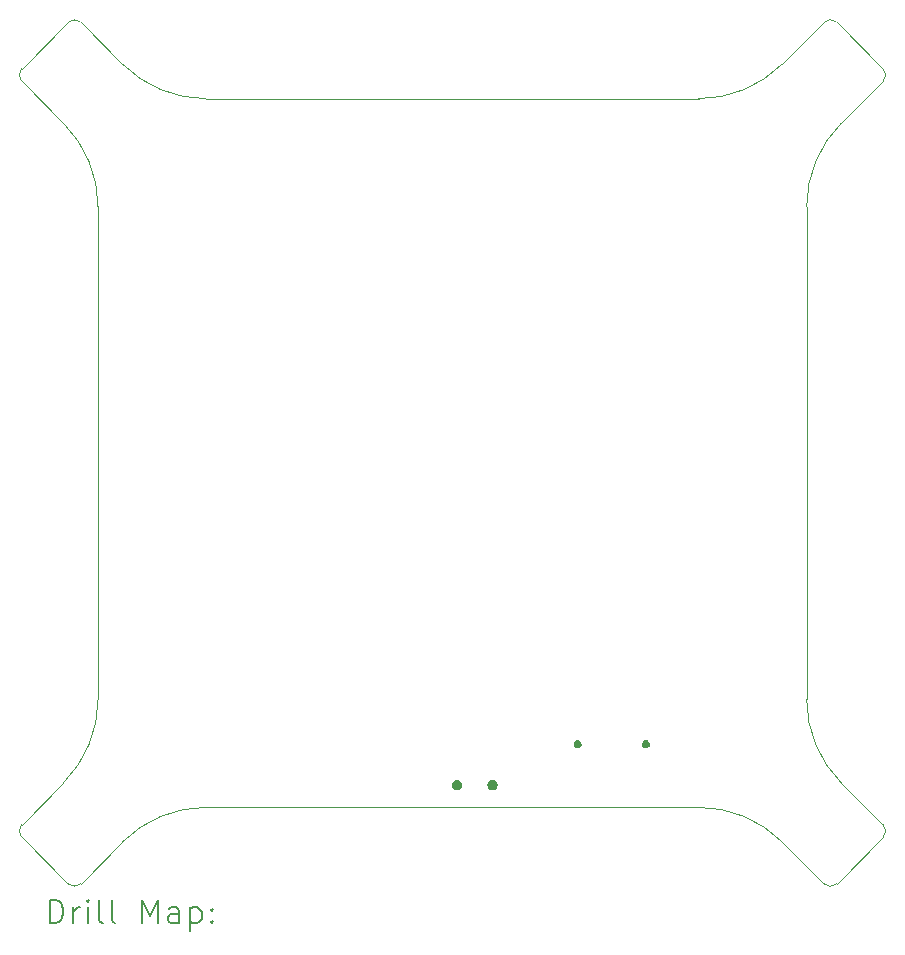
<source format=gbr>
%TF.GenerationSoftware,KiCad,Pcbnew,9.0.3*%
%TF.CreationDate,2026-01-20T11:30:40+07:00*%
%TF.ProjectId,Mini_drone_PCB,4d696e69-5f64-4726-9f6e-655f5043422e,rev?*%
%TF.SameCoordinates,Original*%
%TF.FileFunction,Drillmap*%
%TF.FilePolarity,Positive*%
%FSLAX45Y45*%
G04 Gerber Fmt 4.5, Leading zero omitted, Abs format (unit mm)*
G04 Created by KiCad (PCBNEW 9.0.3) date 2026-01-20 11:30:40*
%MOMM*%
%LPD*%
G01*
G04 APERTURE LIST*
%ADD10C,0.010000*%
%ADD11C,0.000000*%
%ADD12C,0.200000*%
G04 APERTURE END LIST*
D10*
X10353033Y-13238819D02*
G75*
G02*
X10353037Y-13132757I53037J53029D01*
G01*
X10353033Y-6838819D02*
G75*
G02*
X10353037Y-6732757I53037J53029D01*
G01*
X11914214Y-6985786D02*
G75*
G02*
X11207106Y-6692894I-4J999996D01*
G01*
X16792893Y-13278679D02*
X17146967Y-13632753D01*
X17146967Y-6338819D02*
G75*
G02*
X17253033Y-6338819I53033J-53033D01*
G01*
X17646967Y-6732753D02*
X17253033Y-6338819D01*
X17646967Y-6732753D02*
G75*
G02*
X17646971Y-6838823I-53037J-53037D01*
G01*
X17253033Y-13632753D02*
X17646967Y-13238819D01*
X11207107Y-6692893D02*
X10853033Y-6338819D01*
X10746967Y-6338819D02*
G75*
G02*
X10853033Y-6338819I53033J-53033D01*
G01*
X17000000Y-7900000D02*
G75*
G02*
X17292894Y-7192893I1000000J0D01*
G01*
X10746967Y-6338819D02*
X10353033Y-6732753D01*
X17292893Y-7192893D02*
X17646967Y-6838819D01*
X17146967Y-6338819D02*
X16792893Y-6692893D01*
X16792893Y-6692893D02*
G75*
G02*
X16085787Y-6985785I-707103J707103D01*
G01*
X10707107Y-7192893D02*
G75*
G02*
X11000000Y-7900000I-707107J-707107D01*
G01*
X17253033Y-13632753D02*
G75*
G02*
X17146967Y-13632753I-53033J53033D01*
G01*
X16085787Y-6985786D02*
X11914214Y-6985786D01*
X10353033Y-6838819D02*
X10707107Y-7192893D01*
X10853033Y-13632753D02*
X11207107Y-13278679D01*
X17646967Y-13132753D02*
G75*
G02*
X17646971Y-13238823I-53037J-53037D01*
G01*
X17000000Y-7900000D02*
X17000000Y-12071573D01*
X16085787Y-12985786D02*
G75*
G02*
X16792896Y-13278677I3J-1000004D01*
G01*
X17292893Y-12778679D02*
G75*
G02*
X16999998Y-12071573I707107J707110D01*
G01*
X11000000Y-12071573D02*
G75*
G02*
X10707106Y-12778678I-1000000J3D01*
G01*
X10353033Y-13238819D02*
X10746967Y-13632753D01*
X11000000Y-7900000D02*
X11000000Y-12071573D01*
X10707107Y-12778679D02*
X10353033Y-13132753D01*
X11207107Y-13278679D02*
G75*
G02*
X11914214Y-12985790I707103J-707111D01*
G01*
X11914214Y-12985786D02*
X16085787Y-12985786D01*
X10853033Y-13632753D02*
G75*
G02*
X10746967Y-13632753I-53033J53033D01*
G01*
X17646967Y-13132753D02*
X17292893Y-12778679D01*
D11*
G36*
X15074394Y-12418314D02*
G01*
X15082307Y-12422883D01*
X15088767Y-12429343D01*
X15093336Y-12437256D01*
X15095701Y-12446082D01*
X15095701Y-12455218D01*
X15093336Y-12464044D01*
X15088767Y-12471957D01*
X15082307Y-12478417D01*
X15074394Y-12482986D01*
X15065568Y-12485351D01*
X15056432Y-12485351D01*
X15047606Y-12482986D01*
X15039693Y-12478417D01*
X15033233Y-12471957D01*
X15028664Y-12464044D01*
X15026299Y-12455218D01*
X15026299Y-12446082D01*
X15028664Y-12437256D01*
X15033233Y-12429343D01*
X15039693Y-12422883D01*
X15047606Y-12418314D01*
X15056432Y-12415949D01*
X15065568Y-12415949D01*
X15074394Y-12418314D01*
G37*
G36*
X15652394Y-12418314D02*
G01*
X15660307Y-12422883D01*
X15666767Y-12429343D01*
X15671336Y-12437256D01*
X15673701Y-12446082D01*
X15673701Y-12455218D01*
X15671336Y-12464044D01*
X15666767Y-12471957D01*
X15660307Y-12478417D01*
X15652394Y-12482986D01*
X15643568Y-12485351D01*
X15634432Y-12485351D01*
X15625606Y-12482986D01*
X15617693Y-12478417D01*
X15611233Y-12471957D01*
X15606664Y-12464044D01*
X15604299Y-12455218D01*
X15604299Y-12446082D01*
X15606664Y-12437256D01*
X15611233Y-12429343D01*
X15617693Y-12422883D01*
X15625606Y-12418314D01*
X15634432Y-12415949D01*
X15643568Y-12415949D01*
X15652394Y-12418314D01*
G37*
G36*
X14057221Y-12753425D02*
G01*
X14067394Y-12759299D01*
X14075701Y-12767606D01*
X14081575Y-12777779D01*
X14084615Y-12789126D01*
X14084615Y-12800874D01*
X14081575Y-12812221D01*
X14075701Y-12822394D01*
X14067394Y-12830701D01*
X14057221Y-12836575D01*
X14045874Y-12839615D01*
X14034126Y-12839615D01*
X14022779Y-12836575D01*
X14012606Y-12830701D01*
X14004299Y-12822394D01*
X13998425Y-12812221D01*
X13995385Y-12800874D01*
X13995385Y-12789126D01*
X13998425Y-12777779D01*
X14004299Y-12767606D01*
X14012606Y-12759299D01*
X14022779Y-12753425D01*
X14034126Y-12750385D01*
X14045874Y-12750385D01*
X14057221Y-12753425D01*
G37*
G36*
X14357221Y-12753425D02*
G01*
X14367394Y-12759299D01*
X14375701Y-12767606D01*
X14381575Y-12777779D01*
X14384615Y-12789126D01*
X14384615Y-12800874D01*
X14381575Y-12812221D01*
X14375701Y-12822394D01*
X14367394Y-12830701D01*
X14357221Y-12836575D01*
X14345874Y-12839615D01*
X14334126Y-12839615D01*
X14322779Y-12836575D01*
X14312606Y-12830701D01*
X14304299Y-12822394D01*
X14298425Y-12812221D01*
X14295385Y-12800874D01*
X14295385Y-12789126D01*
X14298425Y-12777779D01*
X14304299Y-12767606D01*
X14312606Y-12759299D01*
X14322779Y-12753425D01*
X14334126Y-12750385D01*
X14345874Y-12750385D01*
X14357221Y-12753425D01*
G37*
D12*
X10591347Y-13966704D02*
X10591347Y-13766704D01*
X10591347Y-13766704D02*
X10638966Y-13766704D01*
X10638966Y-13766704D02*
X10667537Y-13776228D01*
X10667537Y-13776228D02*
X10686585Y-13795275D01*
X10686585Y-13795275D02*
X10696109Y-13814323D01*
X10696109Y-13814323D02*
X10705632Y-13852418D01*
X10705632Y-13852418D02*
X10705632Y-13880990D01*
X10705632Y-13880990D02*
X10696109Y-13919085D01*
X10696109Y-13919085D02*
X10686585Y-13938133D01*
X10686585Y-13938133D02*
X10667537Y-13957180D01*
X10667537Y-13957180D02*
X10638966Y-13966704D01*
X10638966Y-13966704D02*
X10591347Y-13966704D01*
X10791347Y-13966704D02*
X10791347Y-13833371D01*
X10791347Y-13871466D02*
X10800871Y-13852418D01*
X10800871Y-13852418D02*
X10810394Y-13842894D01*
X10810394Y-13842894D02*
X10829442Y-13833371D01*
X10829442Y-13833371D02*
X10848490Y-13833371D01*
X10915156Y-13966704D02*
X10915156Y-13833371D01*
X10915156Y-13766704D02*
X10905632Y-13776228D01*
X10905632Y-13776228D02*
X10915156Y-13785752D01*
X10915156Y-13785752D02*
X10924680Y-13776228D01*
X10924680Y-13776228D02*
X10915156Y-13766704D01*
X10915156Y-13766704D02*
X10915156Y-13785752D01*
X11038966Y-13966704D02*
X11019918Y-13957180D01*
X11019918Y-13957180D02*
X11010394Y-13938133D01*
X11010394Y-13938133D02*
X11010394Y-13766704D01*
X11143728Y-13966704D02*
X11124680Y-13957180D01*
X11124680Y-13957180D02*
X11115156Y-13938133D01*
X11115156Y-13938133D02*
X11115156Y-13766704D01*
X11372299Y-13966704D02*
X11372299Y-13766704D01*
X11372299Y-13766704D02*
X11438966Y-13909561D01*
X11438966Y-13909561D02*
X11505632Y-13766704D01*
X11505632Y-13766704D02*
X11505632Y-13966704D01*
X11686585Y-13966704D02*
X11686585Y-13861942D01*
X11686585Y-13861942D02*
X11677061Y-13842894D01*
X11677061Y-13842894D02*
X11658013Y-13833371D01*
X11658013Y-13833371D02*
X11619918Y-13833371D01*
X11619918Y-13833371D02*
X11600870Y-13842894D01*
X11686585Y-13957180D02*
X11667537Y-13966704D01*
X11667537Y-13966704D02*
X11619918Y-13966704D01*
X11619918Y-13966704D02*
X11600870Y-13957180D01*
X11600870Y-13957180D02*
X11591347Y-13938133D01*
X11591347Y-13938133D02*
X11591347Y-13919085D01*
X11591347Y-13919085D02*
X11600870Y-13900037D01*
X11600870Y-13900037D02*
X11619918Y-13890514D01*
X11619918Y-13890514D02*
X11667537Y-13890514D01*
X11667537Y-13890514D02*
X11686585Y-13880990D01*
X11781823Y-13833371D02*
X11781823Y-14033371D01*
X11781823Y-13842894D02*
X11800870Y-13833371D01*
X11800870Y-13833371D02*
X11838966Y-13833371D01*
X11838966Y-13833371D02*
X11858013Y-13842894D01*
X11858013Y-13842894D02*
X11867537Y-13852418D01*
X11867537Y-13852418D02*
X11877061Y-13871466D01*
X11877061Y-13871466D02*
X11877061Y-13928609D01*
X11877061Y-13928609D02*
X11867537Y-13947656D01*
X11867537Y-13947656D02*
X11858013Y-13957180D01*
X11858013Y-13957180D02*
X11838966Y-13966704D01*
X11838966Y-13966704D02*
X11800870Y-13966704D01*
X11800870Y-13966704D02*
X11781823Y-13957180D01*
X11962775Y-13947656D02*
X11972299Y-13957180D01*
X11972299Y-13957180D02*
X11962775Y-13966704D01*
X11962775Y-13966704D02*
X11953251Y-13957180D01*
X11953251Y-13957180D02*
X11962775Y-13947656D01*
X11962775Y-13947656D02*
X11962775Y-13966704D01*
X11962775Y-13842894D02*
X11972299Y-13852418D01*
X11972299Y-13852418D02*
X11962775Y-13861942D01*
X11962775Y-13861942D02*
X11953251Y-13852418D01*
X11953251Y-13852418D02*
X11962775Y-13842894D01*
X11962775Y-13842894D02*
X11962775Y-13861942D01*
M02*

</source>
